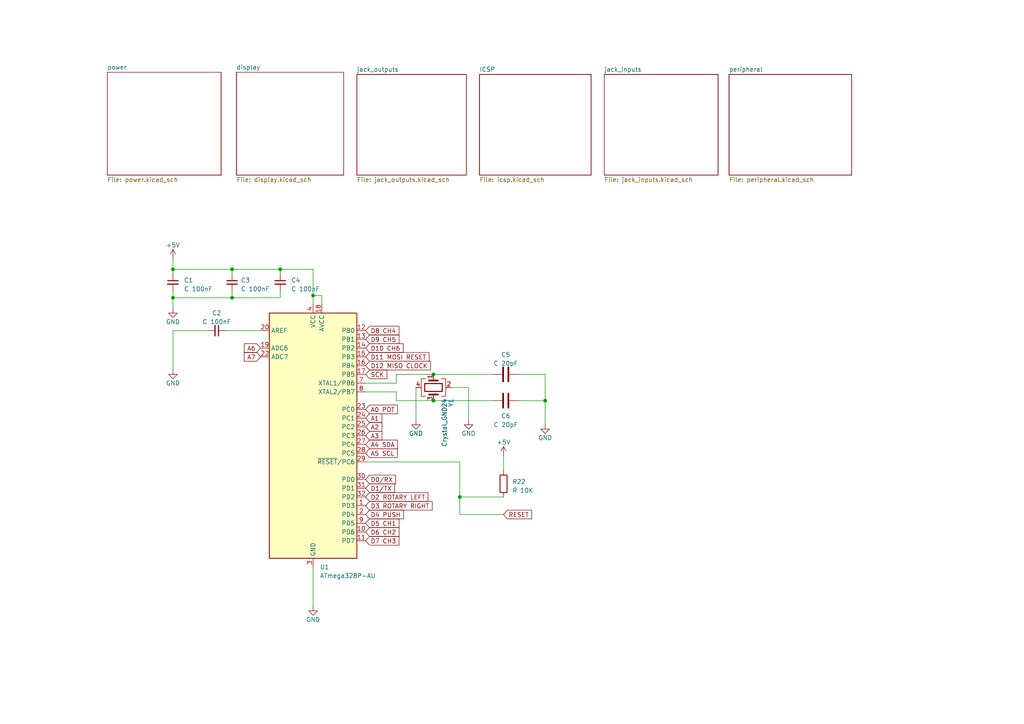
<source format=kicad_sch>
(kicad_sch
	(version 20231120)
	(generator "eeschema")
	(generator_version "8.0")
	(uuid "a7625807-13bd-43f0-b3ba-1a42b486b59e")
	(paper "A4")
	(lib_symbols
		(symbol "Device:C"
			(pin_numbers hide)
			(pin_names
				(offset 0.254)
			)
			(exclude_from_sim no)
			(in_bom yes)
			(on_board yes)
			(property "Reference" "C"
				(at 0.635 2.54 0)
				(effects
					(font
						(size 1.27 1.27)
					)
					(justify left)
				)
			)
			(property "Value" "C"
				(at 0.635 -2.54 0)
				(effects
					(font
						(size 1.27 1.27)
					)
					(justify left)
				)
			)
			(property "Footprint" ""
				(at 0.9652 -3.81 0)
				(effects
					(font
						(size 1.27 1.27)
					)
					(hide yes)
				)
			)
			(property "Datasheet" "~"
				(at 0 0 0)
				(effects
					(font
						(size 1.27 1.27)
					)
					(hide yes)
				)
			)
			(property "Description" "Unpolarized capacitor"
				(at 0 0 0)
				(effects
					(font
						(size 1.27 1.27)
					)
					(hide yes)
				)
			)
			(property "ki_keywords" "cap capacitor"
				(at 0 0 0)
				(effects
					(font
						(size 1.27 1.27)
					)
					(hide yes)
				)
			)
			(property "ki_fp_filters" "C_*"
				(at 0 0 0)
				(effects
					(font
						(size 1.27 1.27)
					)
					(hide yes)
				)
			)
			(symbol "C_0_1"
				(polyline
					(pts
						(xy -2.032 -0.762) (xy 2.032 -0.762)
					)
					(stroke
						(width 0.508)
						(type default)
					)
					(fill
						(type none)
					)
				)
				(polyline
					(pts
						(xy -2.032 0.762) (xy 2.032 0.762)
					)
					(stroke
						(width 0.508)
						(type default)
					)
					(fill
						(type none)
					)
				)
			)
			(symbol "C_1_1"
				(pin passive line
					(at 0 3.81 270)
					(length 2.794)
					(name "~"
						(effects
							(font
								(size 1.27 1.27)
							)
						)
					)
					(number "1"
						(effects
							(font
								(size 1.27 1.27)
							)
						)
					)
				)
				(pin passive line
					(at 0 -3.81 90)
					(length 2.794)
					(name "~"
						(effects
							(font
								(size 1.27 1.27)
							)
						)
					)
					(number "2"
						(effects
							(font
								(size 1.27 1.27)
							)
						)
					)
				)
			)
		)
		(symbol "Device:C_Small"
			(pin_numbers hide)
			(pin_names
				(offset 0.254) hide)
			(exclude_from_sim no)
			(in_bom yes)
			(on_board yes)
			(property "Reference" "C"
				(at 0.254 1.778 0)
				(effects
					(font
						(size 1.27 1.27)
					)
					(justify left)
				)
			)
			(property "Value" "C_Small"
				(at 0.254 -2.032 0)
				(effects
					(font
						(size 1.27 1.27)
					)
					(justify left)
				)
			)
			(property "Footprint" ""
				(at 0 0 0)
				(effects
					(font
						(size 1.27 1.27)
					)
					(hide yes)
				)
			)
			(property "Datasheet" "~"
				(at 0 0 0)
				(effects
					(font
						(size 1.27 1.27)
					)
					(hide yes)
				)
			)
			(property "Description" "Unpolarized capacitor, small symbol"
				(at 0 0 0)
				(effects
					(font
						(size 1.27 1.27)
					)
					(hide yes)
				)
			)
			(property "ki_keywords" "capacitor cap"
				(at 0 0 0)
				(effects
					(font
						(size 1.27 1.27)
					)
					(hide yes)
				)
			)
			(property "ki_fp_filters" "C_*"
				(at 0 0 0)
				(effects
					(font
						(size 1.27 1.27)
					)
					(hide yes)
				)
			)
			(symbol "C_Small_0_1"
				(polyline
					(pts
						(xy -1.524 -0.508) (xy 1.524 -0.508)
					)
					(stroke
						(width 0.3302)
						(type default)
					)
					(fill
						(type none)
					)
				)
				(polyline
					(pts
						(xy -1.524 0.508) (xy 1.524 0.508)
					)
					(stroke
						(width 0.3048)
						(type default)
					)
					(fill
						(type none)
					)
				)
			)
			(symbol "C_Small_1_1"
				(pin passive line
					(at 0 2.54 270)
					(length 2.032)
					(name "~"
						(effects
							(font
								(size 1.27 1.27)
							)
						)
					)
					(number "1"
						(effects
							(font
								(size 1.27 1.27)
							)
						)
					)
				)
				(pin passive line
					(at 0 -2.54 90)
					(length 2.032)
					(name "~"
						(effects
							(font
								(size 1.27 1.27)
							)
						)
					)
					(number "2"
						(effects
							(font
								(size 1.27 1.27)
							)
						)
					)
				)
			)
		)
		(symbol "Device:Crystal_GND24"
			(pin_names
				(offset 1.016) hide)
			(exclude_from_sim no)
			(in_bom yes)
			(on_board yes)
			(property "Reference" "Y"
				(at 3.175 5.08 0)
				(effects
					(font
						(size 1.27 1.27)
					)
					(justify left)
				)
			)
			(property "Value" "Crystal_GND24"
				(at 3.175 3.175 0)
				(effects
					(font
						(size 1.27 1.27)
					)
					(justify left)
				)
			)
			(property "Footprint" ""
				(at 0 0 0)
				(effects
					(font
						(size 1.27 1.27)
					)
					(hide yes)
				)
			)
			(property "Datasheet" "~"
				(at 0 0 0)
				(effects
					(font
						(size 1.27 1.27)
					)
					(hide yes)
				)
			)
			(property "Description" "Four pin crystal, GND on pins 2 and 4"
				(at 0 0 0)
				(effects
					(font
						(size 1.27 1.27)
					)
					(hide yes)
				)
			)
			(property "ki_keywords" "quartz ceramic resonator oscillator"
				(at 0 0 0)
				(effects
					(font
						(size 1.27 1.27)
					)
					(hide yes)
				)
			)
			(property "ki_fp_filters" "Crystal*"
				(at 0 0 0)
				(effects
					(font
						(size 1.27 1.27)
					)
					(hide yes)
				)
			)
			(symbol "Crystal_GND24_0_1"
				(rectangle
					(start -1.143 2.54)
					(end 1.143 -2.54)
					(stroke
						(width 0.3048)
						(type default)
					)
					(fill
						(type none)
					)
				)
				(polyline
					(pts
						(xy -2.54 0) (xy -2.032 0)
					)
					(stroke
						(width 0)
						(type default)
					)
					(fill
						(type none)
					)
				)
				(polyline
					(pts
						(xy -2.032 -1.27) (xy -2.032 1.27)
					)
					(stroke
						(width 0.508)
						(type default)
					)
					(fill
						(type none)
					)
				)
				(polyline
					(pts
						(xy 0 -3.81) (xy 0 -3.556)
					)
					(stroke
						(width 0)
						(type default)
					)
					(fill
						(type none)
					)
				)
				(polyline
					(pts
						(xy 0 3.556) (xy 0 3.81)
					)
					(stroke
						(width 0)
						(type default)
					)
					(fill
						(type none)
					)
				)
				(polyline
					(pts
						(xy 2.032 -1.27) (xy 2.032 1.27)
					)
					(stroke
						(width 0.508)
						(type default)
					)
					(fill
						(type none)
					)
				)
				(polyline
					(pts
						(xy 2.032 0) (xy 2.54 0)
					)
					(stroke
						(width 0)
						(type default)
					)
					(fill
						(type none)
					)
				)
				(polyline
					(pts
						(xy -2.54 -2.286) (xy -2.54 -3.556) (xy 2.54 -3.556) (xy 2.54 -2.286)
					)
					(stroke
						(width 0)
						(type default)
					)
					(fill
						(type none)
					)
				)
				(polyline
					(pts
						(xy -2.54 2.286) (xy -2.54 3.556) (xy 2.54 3.556) (xy 2.54 2.286)
					)
					(stroke
						(width 0)
						(type default)
					)
					(fill
						(type none)
					)
				)
			)
			(symbol "Crystal_GND24_1_1"
				(pin passive line
					(at -3.81 0 0)
					(length 1.27)
					(name "1"
						(effects
							(font
								(size 1.27 1.27)
							)
						)
					)
					(number "1"
						(effects
							(font
								(size 1.27 1.27)
							)
						)
					)
				)
				(pin passive line
					(at 0 5.08 270)
					(length 1.27)
					(name "2"
						(effects
							(font
								(size 1.27 1.27)
							)
						)
					)
					(number "2"
						(effects
							(font
								(size 1.27 1.27)
							)
						)
					)
				)
				(pin passive line
					(at 3.81 0 180)
					(length 1.27)
					(name "3"
						(effects
							(font
								(size 1.27 1.27)
							)
						)
					)
					(number "3"
						(effects
							(font
								(size 1.27 1.27)
							)
						)
					)
				)
				(pin passive line
					(at 0 -5.08 90)
					(length 1.27)
					(name "4"
						(effects
							(font
								(size 1.27 1.27)
							)
						)
					)
					(number "4"
						(effects
							(font
								(size 1.27 1.27)
							)
						)
					)
				)
			)
		)
		(symbol "Device:R"
			(pin_numbers hide)
			(pin_names
				(offset 0)
			)
			(exclude_from_sim no)
			(in_bom yes)
			(on_board yes)
			(property "Reference" "R"
				(at 2.032 0 90)
				(effects
					(font
						(size 1.27 1.27)
					)
				)
			)
			(property "Value" "R"
				(at 0 0 90)
				(effects
					(font
						(size 1.27 1.27)
					)
				)
			)
			(property "Footprint" ""
				(at -1.778 0 90)
				(effects
					(font
						(size 1.27 1.27)
					)
					(hide yes)
				)
			)
			(property "Datasheet" "~"
				(at 0 0 0)
				(effects
					(font
						(size 1.27 1.27)
					)
					(hide yes)
				)
			)
			(property "Description" "Resistor"
				(at 0 0 0)
				(effects
					(font
						(size 1.27 1.27)
					)
					(hide yes)
				)
			)
			(property "ki_keywords" "R res resistor"
				(at 0 0 0)
				(effects
					(font
						(size 1.27 1.27)
					)
					(hide yes)
				)
			)
			(property "ki_fp_filters" "R_*"
				(at 0 0 0)
				(effects
					(font
						(size 1.27 1.27)
					)
					(hide yes)
				)
			)
			(symbol "R_0_1"
				(rectangle
					(start -1.016 -2.54)
					(end 1.016 2.54)
					(stroke
						(width 0.254)
						(type default)
					)
					(fill
						(type none)
					)
				)
			)
			(symbol "R_1_1"
				(pin passive line
					(at 0 3.81 270)
					(length 1.27)
					(name "~"
						(effects
							(font
								(size 1.27 1.27)
							)
						)
					)
					(number "1"
						(effects
							(font
								(size 1.27 1.27)
							)
						)
					)
				)
				(pin passive line
					(at 0 -3.81 90)
					(length 1.27)
					(name "~"
						(effects
							(font
								(size 1.27 1.27)
							)
						)
					)
					(number "2"
						(effects
							(font
								(size 1.27 1.27)
							)
						)
					)
				)
			)
		)
		(symbol "MCU_Microchip_ATmega:ATmega328P-A"
			(exclude_from_sim no)
			(in_bom yes)
			(on_board yes)
			(property "Reference" "U"
				(at -12.7 36.83 0)
				(effects
					(font
						(size 1.27 1.27)
					)
					(justify left bottom)
				)
			)
			(property "Value" "ATmega328P-A"
				(at 2.54 -36.83 0)
				(effects
					(font
						(size 1.27 1.27)
					)
					(justify left top)
				)
			)
			(property "Footprint" "Package_QFP:TQFP-32_7x7mm_P0.8mm"
				(at 0 0 0)
				(effects
					(font
						(size 1.27 1.27)
						(italic yes)
					)
					(hide yes)
				)
			)
			(property "Datasheet" "http://ww1.microchip.com/downloads/en/DeviceDoc/ATmega328_P%20AVR%20MCU%20with%20picoPower%20Technology%20Data%20Sheet%2040001984A.pdf"
				(at 0 0 0)
				(effects
					(font
						(size 1.27 1.27)
					)
					(hide yes)
				)
			)
			(property "Description" "20MHz, 32kB Flash, 2kB SRAM, 1kB EEPROM, TQFP-32"
				(at 0 0 0)
				(effects
					(font
						(size 1.27 1.27)
					)
					(hide yes)
				)
			)
			(property "ki_keywords" "AVR 8bit Microcontroller MegaAVR PicoPower"
				(at 0 0 0)
				(effects
					(font
						(size 1.27 1.27)
					)
					(hide yes)
				)
			)
			(property "ki_fp_filters" "TQFP*7x7mm*P0.8mm*"
				(at 0 0 0)
				(effects
					(font
						(size 1.27 1.27)
					)
					(hide yes)
				)
			)
			(symbol "ATmega328P-A_0_1"
				(rectangle
					(start -12.7 -35.56)
					(end 12.7 35.56)
					(stroke
						(width 0.254)
						(type default)
					)
					(fill
						(type background)
					)
				)
			)
			(symbol "ATmega328P-A_1_1"
				(pin bidirectional line
					(at 15.24 -20.32 180)
					(length 2.54)
					(name "PD3"
						(effects
							(font
								(size 1.27 1.27)
							)
						)
					)
					(number "1"
						(effects
							(font
								(size 1.27 1.27)
							)
						)
					)
				)
				(pin bidirectional line
					(at 15.24 -27.94 180)
					(length 2.54)
					(name "PD6"
						(effects
							(font
								(size 1.27 1.27)
							)
						)
					)
					(number "10"
						(effects
							(font
								(size 1.27 1.27)
							)
						)
					)
				)
				(pin bidirectional line
					(at 15.24 -30.48 180)
					(length 2.54)
					(name "PD7"
						(effects
							(font
								(size 1.27 1.27)
							)
						)
					)
					(number "11"
						(effects
							(font
								(size 1.27 1.27)
							)
						)
					)
				)
				(pin bidirectional line
					(at 15.24 30.48 180)
					(length 2.54)
					(name "PB0"
						(effects
							(font
								(size 1.27 1.27)
							)
						)
					)
					(number "12"
						(effects
							(font
								(size 1.27 1.27)
							)
						)
					)
				)
				(pin bidirectional line
					(at 15.24 27.94 180)
					(length 2.54)
					(name "PB1"
						(effects
							(font
								(size 1.27 1.27)
							)
						)
					)
					(number "13"
						(effects
							(font
								(size 1.27 1.27)
							)
						)
					)
				)
				(pin bidirectional line
					(at 15.24 25.4 180)
					(length 2.54)
					(name "PB2"
						(effects
							(font
								(size 1.27 1.27)
							)
						)
					)
					(number "14"
						(effects
							(font
								(size 1.27 1.27)
							)
						)
					)
				)
				(pin bidirectional line
					(at 15.24 22.86 180)
					(length 2.54)
					(name "PB3"
						(effects
							(font
								(size 1.27 1.27)
							)
						)
					)
					(number "15"
						(effects
							(font
								(size 1.27 1.27)
							)
						)
					)
				)
				(pin bidirectional line
					(at 15.24 20.32 180)
					(length 2.54)
					(name "PB4"
						(effects
							(font
								(size 1.27 1.27)
							)
						)
					)
					(number "16"
						(effects
							(font
								(size 1.27 1.27)
							)
						)
					)
				)
				(pin bidirectional line
					(at 15.24 17.78 180)
					(length 2.54)
					(name "PB5"
						(effects
							(font
								(size 1.27 1.27)
							)
						)
					)
					(number "17"
						(effects
							(font
								(size 1.27 1.27)
							)
						)
					)
				)
				(pin power_in line
					(at 2.54 38.1 270)
					(length 2.54)
					(name "AVCC"
						(effects
							(font
								(size 1.27 1.27)
							)
						)
					)
					(number "18"
						(effects
							(font
								(size 1.27 1.27)
							)
						)
					)
				)
				(pin input line
					(at -15.24 25.4 0)
					(length 2.54)
					(name "ADC6"
						(effects
							(font
								(size 1.27 1.27)
							)
						)
					)
					(number "19"
						(effects
							(font
								(size 1.27 1.27)
							)
						)
					)
				)
				(pin bidirectional line
					(at 15.24 -22.86 180)
					(length 2.54)
					(name "PD4"
						(effects
							(font
								(size 1.27 1.27)
							)
						)
					)
					(number "2"
						(effects
							(font
								(size 1.27 1.27)
							)
						)
					)
				)
				(pin passive line
					(at -15.24 30.48 0)
					(length 2.54)
					(name "AREF"
						(effects
							(font
								(size 1.27 1.27)
							)
						)
					)
					(number "20"
						(effects
							(font
								(size 1.27 1.27)
							)
						)
					)
				)
				(pin passive line
					(at 0 -38.1 90)
					(length 2.54) hide
					(name "GND"
						(effects
							(font
								(size 1.27 1.27)
							)
						)
					)
					(number "21"
						(effects
							(font
								(size 1.27 1.27)
							)
						)
					)
				)
				(pin input line
					(at -15.24 22.86 0)
					(length 2.54)
					(name "ADC7"
						(effects
							(font
								(size 1.27 1.27)
							)
						)
					)
					(number "22"
						(effects
							(font
								(size 1.27 1.27)
							)
						)
					)
				)
				(pin bidirectional line
					(at 15.24 7.62 180)
					(length 2.54)
					(name "PC0"
						(effects
							(font
								(size 1.27 1.27)
							)
						)
					)
					(number "23"
						(effects
							(font
								(size 1.27 1.27)
							)
						)
					)
				)
				(pin bidirectional line
					(at 15.24 5.08 180)
					(length 2.54)
					(name "PC1"
						(effects
							(font
								(size 1.27 1.27)
							)
						)
					)
					(number "24"
						(effects
							(font
								(size 1.27 1.27)
							)
						)
					)
				)
				(pin bidirectional line
					(at 15.24 2.54 180)
					(length 2.54)
					(name "PC2"
						(effects
							(font
								(size 1.27 1.27)
							)
						)
					)
					(number "25"
						(effects
							(font
								(size 1.27 1.27)
							)
						)
					)
				)
				(pin bidirectional line
					(at 15.24 0 180)
					(length 2.54)
					(name "PC3"
						(effects
							(font
								(size 1.27 1.27)
							)
						)
					)
					(number "26"
						(effects
							(font
								(size 1.27 1.27)
							)
						)
					)
				)
				(pin bidirectional line
					(at 15.24 -2.54 180)
					(length 2.54)
					(name "PC4"
						(effects
							(font
								(size 1.27 1.27)
							)
						)
					)
					(number "27"
						(effects
							(font
								(size 1.27 1.27)
							)
						)
					)
				)
				(pin bidirectional line
					(at 15.24 -5.08 180)
					(length 2.54)
					(name "PC5"
						(effects
							(font
								(size 1.27 1.27)
							)
						)
					)
					(number "28"
						(effects
							(font
								(size 1.27 1.27)
							)
						)
					)
				)
				(pin bidirectional line
					(at 15.24 -7.62 180)
					(length 2.54)
					(name "~{RESET}/PC6"
						(effects
							(font
								(size 1.27 1.27)
							)
						)
					)
					(number "29"
						(effects
							(font
								(size 1.27 1.27)
							)
						)
					)
				)
				(pin power_in line
					(at 0 -38.1 90)
					(length 2.54)
					(name "GND"
						(effects
							(font
								(size 1.27 1.27)
							)
						)
					)
					(number "3"
						(effects
							(font
								(size 1.27 1.27)
							)
						)
					)
				)
				(pin bidirectional line
					(at 15.24 -12.7 180)
					(length 2.54)
					(name "PD0"
						(effects
							(font
								(size 1.27 1.27)
							)
						)
					)
					(number "30"
						(effects
							(font
								(size 1.27 1.27)
							)
						)
					)
				)
				(pin bidirectional line
					(at 15.24 -15.24 180)
					(length 2.54)
					(name "PD1"
						(effects
							(font
								(size 1.27 1.27)
							)
						)
					)
					(number "31"
						(effects
							(font
								(size 1.27 1.27)
							)
						)
					)
				)
				(pin bidirectional line
					(at 15.24 -17.78 180)
					(length 2.54)
					(name "PD2"
						(effects
							(font
								(size 1.27 1.27)
							)
						)
					)
					(number "32"
						(effects
							(font
								(size 1.27 1.27)
							)
						)
					)
				)
				(pin power_in line
					(at 0 38.1 270)
					(length 2.54)
					(name "VCC"
						(effects
							(font
								(size 1.27 1.27)
							)
						)
					)
					(number "4"
						(effects
							(font
								(size 1.27 1.27)
							)
						)
					)
				)
				(pin passive line
					(at 0 -38.1 90)
					(length 2.54) hide
					(name "GND"
						(effects
							(font
								(size 1.27 1.27)
							)
						)
					)
					(number "5"
						(effects
							(font
								(size 1.27 1.27)
							)
						)
					)
				)
				(pin passive line
					(at 0 38.1 270)
					(length 2.54) hide
					(name "VCC"
						(effects
							(font
								(size 1.27 1.27)
							)
						)
					)
					(number "6"
						(effects
							(font
								(size 1.27 1.27)
							)
						)
					)
				)
				(pin bidirectional line
					(at 15.24 15.24 180)
					(length 2.54)
					(name "XTAL1/PB6"
						(effects
							(font
								(size 1.27 1.27)
							)
						)
					)
					(number "7"
						(effects
							(font
								(size 1.27 1.27)
							)
						)
					)
				)
				(pin bidirectional line
					(at 15.24 12.7 180)
					(length 2.54)
					(name "XTAL2/PB7"
						(effects
							(font
								(size 1.27 1.27)
							)
						)
					)
					(number "8"
						(effects
							(font
								(size 1.27 1.27)
							)
						)
					)
				)
				(pin bidirectional line
					(at 15.24 -25.4 180)
					(length 2.54)
					(name "PD5"
						(effects
							(font
								(size 1.27 1.27)
							)
						)
					)
					(number "9"
						(effects
							(font
								(size 1.27 1.27)
							)
						)
					)
				)
			)
		)
		(symbol "power:+5V"
			(power)
			(pin_names
				(offset 0)
			)
			(exclude_from_sim no)
			(in_bom yes)
			(on_board yes)
			(property "Reference" "#PWR"
				(at 0 -3.81 0)
				(effects
					(font
						(size 1.27 1.27)
					)
					(hide yes)
				)
			)
			(property "Value" "+5V"
				(at 0 3.556 0)
				(effects
					(font
						(size 1.27 1.27)
					)
				)
			)
			(property "Footprint" ""
				(at 0 0 0)
				(effects
					(font
						(size 1.27 1.27)
					)
					(hide yes)
				)
			)
			(property "Datasheet" ""
				(at 0 0 0)
				(effects
					(font
						(size 1.27 1.27)
					)
					(hide yes)
				)
			)
			(property "Description" "Power symbol creates a global label with name \"+5V\""
				(at 0 0 0)
				(effects
					(font
						(size 1.27 1.27)
					)
					(hide yes)
				)
			)
			(property "ki_keywords" "global power"
				(at 0 0 0)
				(effects
					(font
						(size 1.27 1.27)
					)
					(hide yes)
				)
			)
			(symbol "+5V_0_1"
				(polyline
					(pts
						(xy -0.762 1.27) (xy 0 2.54)
					)
					(stroke
						(width 0)
						(type default)
					)
					(fill
						(type none)
					)
				)
				(polyline
					(pts
						(xy 0 0) (xy 0 2.54)
					)
					(stroke
						(width 0)
						(type default)
					)
					(fill
						(type none)
					)
				)
				(polyline
					(pts
						(xy 0 2.54) (xy 0.762 1.27)
					)
					(stroke
						(width 0)
						(type default)
					)
					(fill
						(type none)
					)
				)
			)
			(symbol "+5V_1_1"
				(pin power_in line
					(at 0 0 90)
					(length 0) hide
					(name "+5V"
						(effects
							(font
								(size 1.27 1.27)
							)
						)
					)
					(number "1"
						(effects
							(font
								(size 1.27 1.27)
							)
						)
					)
				)
			)
		)
		(symbol "power:GND"
			(power)
			(pin_names
				(offset 0)
			)
			(exclude_from_sim no)
			(in_bom yes)
			(on_board yes)
			(property "Reference" "#PWR"
				(at 0 -6.35 0)
				(effects
					(font
						(size 1.27 1.27)
					)
					(hide yes)
				)
			)
			(property "Value" "GND"
				(at 0 -3.81 0)
				(effects
					(font
						(size 1.27 1.27)
					)
				)
			)
			(property "Footprint" ""
				(at 0 0 0)
				(effects
					(font
						(size 1.27 1.27)
					)
					(hide yes)
				)
			)
			(property "Datasheet" ""
				(at 0 0 0)
				(effects
					(font
						(size 1.27 1.27)
					)
					(hide yes)
				)
			)
			(property "Description" "Power symbol creates a global label with name \"GND\" , ground"
				(at 0 0 0)
				(effects
					(font
						(size 1.27 1.27)
					)
					(hide yes)
				)
			)
			(property "ki_keywords" "global power"
				(at 0 0 0)
				(effects
					(font
						(size 1.27 1.27)
					)
					(hide yes)
				)
			)
			(symbol "GND_0_1"
				(polyline
					(pts
						(xy 0 0) (xy 0 -1.27) (xy 1.27 -1.27) (xy 0 -2.54) (xy -1.27 -1.27) (xy 0 -1.27)
					)
					(stroke
						(width 0)
						(type default)
					)
					(fill
						(type none)
					)
				)
			)
			(symbol "GND_1_1"
				(pin power_in line
					(at 0 0 270)
					(length 0) hide
					(name "GND"
						(effects
							(font
								(size 1.27 1.27)
							)
						)
					)
					(number "1"
						(effects
							(font
								(size 1.27 1.27)
							)
						)
					)
				)
			)
		)
	)
	(junction
		(at 50.165 78.105)
		(diameter 0)
		(color 0 0 0 0)
		(uuid "04f07638-83e5-4080-bec1-985666c0af8a")
	)
	(junction
		(at 125.73 116.205)
		(diameter 0)
		(color 0 0 0 0)
		(uuid "20396642-8eb4-468e-a9ed-ec7f4dbd5957")
	)
	(junction
		(at 81.28 78.105)
		(diameter 0)
		(color 0 0 0 0)
		(uuid "31d85e56-0525-4b55-ba2a-c39c3ec57663")
	)
	(junction
		(at 133.35 144.145)
		(diameter 0)
		(color 0 0 0 0)
		(uuid "3dc11bd3-7a11-45be-b9ae-f4d37b609b4b")
	)
	(junction
		(at 90.805 85.725)
		(diameter 0)
		(color 0 0 0 0)
		(uuid "839c0615-6085-45f6-90c0-ae85c0ab99c3")
	)
	(junction
		(at 50.165 86.36)
		(diameter 0)
		(color 0 0 0 0)
		(uuid "97c7a5ca-edde-4bd1-b5b1-afa76633e467")
	)
	(junction
		(at 67.31 86.36)
		(diameter 0)
		(color 0 0 0 0)
		(uuid "a3d37102-0ba1-454f-bdc2-f047af32ecf2")
	)
	(junction
		(at 67.31 78.105)
		(diameter 0)
		(color 0 0 0 0)
		(uuid "b551c7c7-f87e-48d9-8977-7ef59a36a8f5")
	)
	(junction
		(at 125.73 108.585)
		(diameter 0)
		(color 0 0 0 0)
		(uuid "d1609db5-da3e-4a05-a1f7-9f56a6ce30df")
	)
	(junction
		(at 158.115 116.205)
		(diameter 0)
		(color 0 0 0 0)
		(uuid "d59aa909-2453-481b-96b9-354a7e5b8656")
	)
	(wire
		(pts
			(xy 133.35 144.145) (xy 133.35 149.225)
		)
		(stroke
			(width 0)
			(type default)
		)
		(uuid "0212c800-e171-4813-89ea-befbf666c8cc")
	)
	(wire
		(pts
			(xy 146.05 132.08) (xy 146.05 136.525)
		)
		(stroke
			(width 0)
			(type default)
		)
		(uuid "0728b1d7-ede7-455e-847b-f7f9a1e436be")
	)
	(wire
		(pts
			(xy 114.935 113.665) (xy 114.935 116.205)
		)
		(stroke
			(width 0)
			(type default)
		)
		(uuid "0ca77f59-d03c-4f90-b734-7b62c84c1db8")
	)
	(wire
		(pts
			(xy 150.495 116.205) (xy 158.115 116.205)
		)
		(stroke
			(width 0)
			(type default)
		)
		(uuid "0ddba7f1-c8f9-4374-ac46-4596d8772618")
	)
	(wire
		(pts
			(xy 106.045 113.665) (xy 114.935 113.665)
		)
		(stroke
			(width 0)
			(type default)
		)
		(uuid "0ddcde47-cd86-4633-bc8b-f85ac5d6bdb7")
	)
	(wire
		(pts
			(xy 50.165 84.455) (xy 50.165 86.36)
		)
		(stroke
			(width 0)
			(type default)
		)
		(uuid "0f25061b-0d4d-40a7-81f7-cf6f36720e49")
	)
	(wire
		(pts
			(xy 50.165 79.375) (xy 50.165 78.105)
		)
		(stroke
			(width 0)
			(type default)
		)
		(uuid "0fddd5a4-d241-404b-8f2a-c44df1928e44")
	)
	(wire
		(pts
			(xy 114.935 116.205) (xy 125.73 116.205)
		)
		(stroke
			(width 0)
			(type default)
		)
		(uuid "135054de-7b56-4e72-96a6-62724a834b89")
	)
	(wire
		(pts
			(xy 130.81 112.395) (xy 135.89 112.395)
		)
		(stroke
			(width 0)
			(type default)
		)
		(uuid "1a5c517d-9551-461d-a245-399caea4e2e6")
	)
	(wire
		(pts
			(xy 50.165 86.36) (xy 67.31 86.36)
		)
		(stroke
			(width 0)
			(type default)
		)
		(uuid "34cd5913-bc7d-4efb-92e3-aa81c33af866")
	)
	(wire
		(pts
			(xy 135.89 112.395) (xy 135.89 121.92)
		)
		(stroke
			(width 0)
			(type default)
		)
		(uuid "4b913072-8829-41d9-ba2c-36df7d2fbed0")
	)
	(wire
		(pts
			(xy 133.35 133.985) (xy 106.045 133.985)
		)
		(stroke
			(width 0)
			(type default)
		)
		(uuid "4ec1251c-1fb3-4c7c-ac16-d51755cdf1bd")
	)
	(wire
		(pts
			(xy 146.05 149.225) (xy 133.35 149.225)
		)
		(stroke
			(width 0)
			(type default)
		)
		(uuid "4f0fd6a5-7654-414c-9aef-f13e2f68c885")
	)
	(wire
		(pts
			(xy 158.115 108.585) (xy 158.115 116.205)
		)
		(stroke
			(width 0)
			(type default)
		)
		(uuid "533e149d-c55f-4ba7-a766-66578a07a09e")
	)
	(wire
		(pts
			(xy 90.805 164.465) (xy 90.805 175.895)
		)
		(stroke
			(width 0)
			(type default)
		)
		(uuid "564c604e-4b5c-403a-b266-946a256a0c77")
	)
	(wire
		(pts
			(xy 120.65 112.395) (xy 120.65 121.92)
		)
		(stroke
			(width 0)
			(type default)
		)
		(uuid "59ead758-71ec-4746-aa27-d8548d953e11")
	)
	(wire
		(pts
			(xy 50.165 78.105) (xy 67.31 78.105)
		)
		(stroke
			(width 0)
			(type default)
		)
		(uuid "5a3d802b-b0a9-4ede-95e6-8bb96d09bf2e")
	)
	(wire
		(pts
			(xy 67.31 84.455) (xy 67.31 86.36)
		)
		(stroke
			(width 0)
			(type default)
		)
		(uuid "6687c5eb-5cff-447e-83e6-8a7989c66dc6")
	)
	(wire
		(pts
			(xy 158.115 108.585) (xy 150.495 108.585)
		)
		(stroke
			(width 0)
			(type default)
		)
		(uuid "68e717f7-1d53-4f10-86d3-3fe47cab1fd9")
	)
	(wire
		(pts
			(xy 146.05 144.145) (xy 133.35 144.145)
		)
		(stroke
			(width 0)
			(type default)
		)
		(uuid "698dcf77-8bbb-4024-aad3-154428854df5")
	)
	(wire
		(pts
			(xy 50.165 78.105) (xy 50.165 74.93)
		)
		(stroke
			(width 0)
			(type default)
		)
		(uuid "6ce9597b-5752-4e73-ab3e-9a62b28dc355")
	)
	(wire
		(pts
			(xy 93.345 88.265) (xy 93.345 85.725)
		)
		(stroke
			(width 0)
			(type default)
		)
		(uuid "6e6e1fb9-0b7a-49b1-8a96-26c388cafa21")
	)
	(wire
		(pts
			(xy 50.165 86.36) (xy 50.165 89.535)
		)
		(stroke
			(width 0)
			(type default)
		)
		(uuid "7f7a9394-6e93-4f45-a2a5-fded8c30c416")
	)
	(wire
		(pts
			(xy 67.31 78.105) (xy 81.28 78.105)
		)
		(stroke
			(width 0)
			(type default)
		)
		(uuid "8dce1a8d-298d-47be-af85-5c6e058650b5")
	)
	(wire
		(pts
			(xy 67.31 86.36) (xy 81.28 86.36)
		)
		(stroke
			(width 0)
			(type default)
		)
		(uuid "98716d34-39f9-49a2-81bb-8aa8a726cd78")
	)
	(wire
		(pts
			(xy 114.935 108.585) (xy 114.935 111.125)
		)
		(stroke
			(width 0)
			(type default)
		)
		(uuid "9a5dea93-b3b0-4bb9-acb4-88d2017336eb")
	)
	(wire
		(pts
			(xy 158.115 116.205) (xy 158.115 123.19)
		)
		(stroke
			(width 0)
			(type default)
		)
		(uuid "9c5840f7-a1bd-400c-99c4-a8b20226e73c")
	)
	(wire
		(pts
			(xy 81.28 78.105) (xy 90.805 78.105)
		)
		(stroke
			(width 0)
			(type default)
		)
		(uuid "9f28379f-744f-4891-86b2-233f6b1f86b8")
	)
	(wire
		(pts
			(xy 114.935 111.125) (xy 106.045 111.125)
		)
		(stroke
			(width 0)
			(type default)
		)
		(uuid "a36b5a49-af4a-4c69-a268-4bd9037e3a93")
	)
	(wire
		(pts
			(xy 133.35 133.985) (xy 133.35 144.145)
		)
		(stroke
			(width 0)
			(type default)
		)
		(uuid "b03eab31-59cb-45ea-835b-c4062306771a")
	)
	(wire
		(pts
			(xy 81.28 84.455) (xy 81.28 86.36)
		)
		(stroke
			(width 0)
			(type default)
		)
		(uuid "b5f8c505-f2d0-47fa-ac24-5416b992a144")
	)
	(wire
		(pts
			(xy 67.31 79.375) (xy 67.31 78.105)
		)
		(stroke
			(width 0)
			(type default)
		)
		(uuid "bbe666a6-b811-47e6-bcdb-dee03e4387d7")
	)
	(wire
		(pts
			(xy 90.805 85.725) (xy 90.805 88.265)
		)
		(stroke
			(width 0)
			(type default)
		)
		(uuid "bbfcabc7-9a48-40a9-9608-2b3655ea308a")
	)
	(wire
		(pts
			(xy 90.805 85.725) (xy 93.345 85.725)
		)
		(stroke
			(width 0)
			(type default)
		)
		(uuid "bd4c3a52-d3e9-45e6-81cd-f44f77581948")
	)
	(wire
		(pts
			(xy 125.73 116.205) (xy 142.875 116.205)
		)
		(stroke
			(width 0)
			(type default)
		)
		(uuid "cfe14194-f9b0-4d60-8077-6131841d9fd7")
	)
	(wire
		(pts
			(xy 125.73 108.585) (xy 142.875 108.585)
		)
		(stroke
			(width 0)
			(type default)
		)
		(uuid "d8ea266b-fabc-4d29-8659-85d79ea72646")
	)
	(wire
		(pts
			(xy 60.325 95.885) (xy 50.165 95.885)
		)
		(stroke
			(width 0)
			(type default)
		)
		(uuid "d9743b7b-d220-42ae-a0b3-8829fb76c21c")
	)
	(wire
		(pts
			(xy 81.28 79.375) (xy 81.28 78.105)
		)
		(stroke
			(width 0)
			(type default)
		)
		(uuid "de2fe0e5-2754-4b21-bb8c-b3bd4e87cc44")
	)
	(wire
		(pts
			(xy 114.935 108.585) (xy 125.73 108.585)
		)
		(stroke
			(width 0)
			(type default)
		)
		(uuid "eea772d9-966d-4dd1-aa6b-3beff1959b1b")
	)
	(wire
		(pts
			(xy 50.165 95.885) (xy 50.165 107.315)
		)
		(stroke
			(width 0)
			(type default)
		)
		(uuid "fd19d49d-c7e5-4fa8-a7ce-21532bba503d")
	)
	(wire
		(pts
			(xy 90.805 85.725) (xy 90.805 78.105)
		)
		(stroke
			(width 0)
			(type default)
		)
		(uuid "fdcae6c3-46c7-419b-ab61-8440a59e341d")
	)
	(wire
		(pts
			(xy 65.405 95.885) (xy 75.565 95.885)
		)
		(stroke
			(width 0)
			(type default)
		)
		(uuid "ff35bd6b-c79a-4d61-bfe1-5347f0b01468")
	)
	(global_label "A4 SDA"
		(shape input)
		(at 106.045 128.905 0)
		(fields_autoplaced yes)
		(effects
			(font
				(size 1.27 1.27)
			)
			(justify left)
		)
		(uuid "04f31af5-c5bd-4a23-96e2-46520c379044")
		(property "Intersheetrefs" "${INTERSHEET_REFS}"
			(at 115.7846 128.905 0)
			(effects
				(font
					(size 1.27 1.27)
				)
				(justify left)
				(hide yes)
			)
		)
	)
	(global_label "D8 CH4"
		(shape input)
		(at 106.045 95.885 0)
		(fields_autoplaced yes)
		(effects
			(font
				(size 1.27 1.27)
			)
			(justify left)
		)
		(uuid "0667536f-1f0c-4948-979c-e48b733c755f")
		(property "Intersheetrefs" "${INTERSHEET_REFS}"
			(at 116.2079 95.885 0)
			(effects
				(font
					(size 1.27 1.27)
				)
				(justify left)
				(hide yes)
			)
		)
	)
	(global_label "D6 CH2"
		(shape input)
		(at 106.045 154.305 0)
		(fields_autoplaced yes)
		(effects
			(font
				(size 1.27 1.27)
			)
			(justify left)
		)
		(uuid "0695059d-fbe2-441a-9e90-e82a19d0fa7a")
		(property "Intersheetrefs" "${INTERSHEET_REFS}"
			(at 116.2079 154.305 0)
			(effects
				(font
					(size 1.27 1.27)
				)
				(justify left)
				(hide yes)
			)
		)
	)
	(global_label "D3 ROTARY RIGHT"
		(shape input)
		(at 106.045 146.685 0)
		(fields_autoplaced yes)
		(effects
			(font
				(size 1.27 1.27)
			)
			(justify left)
		)
		(uuid "0eb6c903-33bf-41a4-81ea-02bb2c3b7306")
		(property "Intersheetrefs" "${INTERSHEET_REFS}"
			(at 125.8237 146.685 0)
			(effects
				(font
					(size 1.27 1.27)
				)
				(justify left)
				(hide yes)
			)
		)
	)
	(global_label "D7 CH3"
		(shape input)
		(at 106.045 156.845 0)
		(fields_autoplaced yes)
		(effects
			(font
				(size 1.27 1.27)
			)
			(justify left)
		)
		(uuid "1364a532-3600-4d1b-8332-f2a650e47df5")
		(property "Intersheetrefs" "${INTERSHEET_REFS}"
			(at 116.2079 156.845 0)
			(effects
				(font
					(size 1.27 1.27)
				)
				(justify left)
				(hide yes)
			)
		)
	)
	(global_label "D11 MOSI RESET"
		(shape input)
		(at 106.045 103.505 0)
		(fields_autoplaced yes)
		(effects
			(font
				(size 1.27 1.27)
			)
			(justify left)
		)
		(uuid "1bb93189-c844-4ab7-abfb-6905b995b05a")
		(property "Intersheetrefs" "${INTERSHEET_REFS}"
			(at 124.9163 103.505 0)
			(effects
				(font
					(size 1.27 1.27)
				)
				(justify left)
				(hide yes)
			)
		)
	)
	(global_label "D4 PUSH"
		(shape input)
		(at 106.045 149.225 0)
		(fields_autoplaced yes)
		(effects
			(font
				(size 1.27 1.27)
			)
			(justify left)
		)
		(uuid "2e57268e-0db8-4e67-8f25-dd9d281c4e05")
		(property "Intersheetrefs" "${INTERSHEET_REFS}"
			(at 117.5384 149.225 0)
			(effects
				(font
					(size 1.27 1.27)
				)
				(justify left)
				(hide yes)
			)
		)
	)
	(global_label "A6"
		(shape input)
		(at 75.565 100.965 180)
		(fields_autoplaced yes)
		(effects
			(font
				(size 1.27 1.27)
			)
			(justify right)
		)
		(uuid "42e89ad3-11e1-4e68-9aab-be18ef311064")
		(property "Intersheetrefs" "${INTERSHEET_REFS}"
			(at 70.3611 100.965 0)
			(effects
				(font
					(size 1.27 1.27)
				)
				(justify right)
				(hide yes)
			)
		)
	)
	(global_label "D9 CH5"
		(shape input)
		(at 106.045 98.425 0)
		(fields_autoplaced yes)
		(effects
			(font
				(size 1.27 1.27)
			)
			(justify left)
		)
		(uuid "4d4ed119-4f15-46e0-b30d-c91251892ed1")
		(property "Intersheetrefs" "${INTERSHEET_REFS}"
			(at 116.2079 98.425 0)
			(effects
				(font
					(size 1.27 1.27)
				)
				(justify left)
				(hide yes)
			)
		)
	)
	(global_label "D5 CH1"
		(shape input)
		(at 106.045 151.765 0)
		(fields_autoplaced yes)
		(effects
			(font
				(size 1.27 1.27)
			)
			(justify left)
		)
		(uuid "559c755b-9a71-47c9-91bd-9456ba818ac6")
		(property "Intersheetrefs" "${INTERSHEET_REFS}"
			(at 116.2079 151.765 0)
			(effects
				(font
					(size 1.27 1.27)
				)
				(justify left)
				(hide yes)
			)
		)
	)
	(global_label "A5 SCL"
		(shape input)
		(at 106.045 131.445 0)
		(fields_autoplaced yes)
		(effects
			(font
				(size 1.27 1.27)
			)
			(justify left)
		)
		(uuid "60d512ad-b70f-41b0-8d4c-66970f534fa4")
		(property "Intersheetrefs" "${INTERSHEET_REFS}"
			(at 115.7241 131.445 0)
			(effects
				(font
					(size 1.27 1.27)
				)
				(justify left)
				(hide yes)
			)
		)
	)
	(global_label "A3"
		(shape input)
		(at 106.045 126.365 0)
		(fields_autoplaced yes)
		(effects
			(font
				(size 1.27 1.27)
			)
			(justify left)
		)
		(uuid "8be646f1-53b8-4cd1-ab82-37db2c75fcbb")
		(property "Intersheetrefs" "${INTERSHEET_REFS}"
			(at 111.2489 126.365 0)
			(effects
				(font
					(size 1.27 1.27)
				)
				(justify left)
				(hide yes)
			)
		)
	)
	(global_label "D2 ROTARY LEFT"
		(shape input)
		(at 106.045 144.145 0)
		(fields_autoplaced yes)
		(effects
			(font
				(size 1.27 1.27)
			)
			(justify left)
		)
		(uuid "95a2a1fc-2349-470c-8f50-ff2010734f4d")
		(property "Intersheetrefs" "${INTERSHEET_REFS}"
			(at 124.6141 144.145 0)
			(effects
				(font
					(size 1.27 1.27)
				)
				(justify left)
				(hide yes)
			)
		)
	)
	(global_label "D1{slash}TX"
		(shape input)
		(at 106.045 141.605 0)
		(fields_autoplaced yes)
		(effects
			(font
				(size 1.27 1.27)
			)
			(justify left)
		)
		(uuid "9ea40125-8dc2-4a42-9121-18e84a34239b")
		(property "Intersheetrefs" "${INTERSHEET_REFS}"
			(at 114.9379 141.605 0)
			(effects
				(font
					(size 1.27 1.27)
				)
				(justify left)
				(hide yes)
			)
		)
	)
	(global_label "A0 POT"
		(shape input)
		(at 106.045 118.745 0)
		(fields_autoplaced yes)
		(effects
			(font
				(size 1.27 1.27)
			)
			(justify left)
		)
		(uuid "9ff2f3d0-1818-4b7d-9909-bf1a6fa553d6")
		(property "Intersheetrefs" "${INTERSHEET_REFS}"
			(at 115.7846 118.745 0)
			(effects
				(font
					(size 1.27 1.27)
				)
				(justify left)
				(hide yes)
			)
		)
	)
	(global_label "A1"
		(shape input)
		(at 106.045 121.285 0)
		(fields_autoplaced yes)
		(effects
			(font
				(size 1.27 1.27)
			)
			(justify left)
		)
		(uuid "a74fe10a-0e0d-4eea-aee2-94ca554a2b74")
		(property "Intersheetrefs" "${INTERSHEET_REFS}"
			(at 111.2489 121.285 0)
			(effects
				(font
					(size 1.27 1.27)
				)
				(justify left)
				(hide yes)
			)
		)
	)
	(global_label "SCK"
		(shape input)
		(at 106.045 108.585 0)
		(fields_autoplaced yes)
		(effects
			(font
				(size 1.27 1.27)
			)
			(justify left)
		)
		(uuid "b08e2613-f0f2-42d2-8eb1-2f58a162a1b0")
		(property "Intersheetrefs" "${INTERSHEET_REFS}"
			(at 112.7003 108.585 0)
			(effects
				(font
					(size 1.27 1.27)
				)
				(justify left)
				(hide yes)
			)
		)
	)
	(global_label "D10 CH6"
		(shape input)
		(at 106.045 100.965 0)
		(fields_autoplaced yes)
		(effects
			(font
				(size 1.27 1.27)
			)
			(justify left)
		)
		(uuid "b62107a3-57ca-4cce-ba50-3365792e333a")
		(property "Intersheetrefs" "${INTERSHEET_REFS}"
			(at 117.4174 100.965 0)
			(effects
				(font
					(size 1.27 1.27)
				)
				(justify left)
				(hide yes)
			)
		)
	)
	(global_label "D0{slash}RX"
		(shape input)
		(at 106.045 139.065 0)
		(fields_autoplaced yes)
		(effects
			(font
				(size 1.27 1.27)
			)
			(justify left)
		)
		(uuid "cc75f3a2-db69-4b0a-a445-31fe13f83d63")
		(property "Intersheetrefs" "${INTERSHEET_REFS}"
			(at 115.2403 139.065 0)
			(effects
				(font
					(size 1.27 1.27)
				)
				(justify left)
				(hide yes)
			)
		)
	)
	(global_label "A7"
		(shape input)
		(at 75.565 103.505 180)
		(fields_autoplaced yes)
		(effects
			(font
				(size 1.27 1.27)
			)
			(justify right)
		)
		(uuid "d3925d2a-c3e1-4b3e-bf4f-895e787280b3")
		(property "Intersheetrefs" "${INTERSHEET_REFS}"
			(at 70.3611 103.505 0)
			(effects
				(font
					(size 1.27 1.27)
				)
				(justify right)
				(hide yes)
			)
		)
	)
	(global_label "A2"
		(shape input)
		(at 106.045 123.825 0)
		(fields_autoplaced yes)
		(effects
			(font
				(size 1.27 1.27)
			)
			(justify left)
		)
		(uuid "e3690e73-b061-46d7-aa4a-b3551bb60eaa")
		(property "Intersheetrefs" "${INTERSHEET_REFS}"
			(at 111.2489 123.825 0)
			(effects
				(font
					(size 1.27 1.27)
				)
				(justify left)
				(hide yes)
			)
		)
	)
	(global_label "D12 MISO CLOCK"
		(shape input)
		(at 106.045 106.045 0)
		(fields_autoplaced yes)
		(effects
			(font
				(size 1.27 1.27)
			)
			(justify left)
		)
		(uuid "ed501477-556d-465f-98d7-7a5f7c6aed13")
		(property "Intersheetrefs" "${INTERSHEET_REFS}"
			(at 125.3398 106.045 0)
			(effects
				(font
					(size 1.27 1.27)
				)
				(justify left)
				(hide yes)
			)
		)
	)
	(global_label "RESET"
		(shape input)
		(at 146.05 149.225 0)
		(fields_autoplaced yes)
		(effects
			(font
				(size 1.27 1.27)
			)
			(justify left)
		)
		(uuid "fa5e10e1-8c76-4fe3-941b-ced7c8acc624")
		(property "Intersheetrefs" "${INTERSHEET_REFS}"
			(at 154.7009 149.225 0)
			(effects
				(font
					(size 1.27 1.27)
				)
				(justify left)
				(hide yes)
			)
		)
	)
	(symbol
		(lib_id "power:GND")
		(at 120.65 121.92 0)
		(unit 1)
		(exclude_from_sim no)
		(in_bom yes)
		(on_board yes)
		(dnp no)
		(fields_autoplaced yes)
		(uuid "31adcb2b-8096-4213-ae01-7e5605624b51")
		(property "Reference" "#PWR014"
			(at 120.65 128.27 0)
			(effects
				(font
					(size 1.27 1.27)
				)
				(hide yes)
			)
		)
		(property "Value" "GND"
			(at 120.65 125.73 0)
			(effects
				(font
					(size 1.27 1.27)
				)
			)
		)
		(property "Footprint" ""
			(at 120.65 121.92 0)
			(effects
				(font
					(size 1.27 1.27)
				)
				(hide yes)
			)
		)
		(property "Datasheet" ""
			(at 120.65 121.92 0)
			(effects
				(font
					(size 1.27 1.27)
				)
				(hide yes)
			)
		)
		(property "Description" ""
			(at 120.65 121.92 0)
			(effects
				(font
					(size 1.27 1.27)
				)
				(hide yes)
			)
		)
		(pin "1"
			(uuid "79f89aad-c9ef-45ab-bba5-3b4b3583c6bc")
		)
		(instances
			(project "main"
				(path "/a7625807-13bd-43f0-b3ba-1a42b486b59e"
					(reference "#PWR014")
					(unit 1)
				)
			)
			(project "main"
				(path "/db482432-cf2f-4b97-9eff-7ec3f9a539fd"
					(reference "#PWR01")
					(unit 1)
				)
			)
		)
	)
	(symbol
		(lib_id "power:GND")
		(at 158.115 123.19 0)
		(unit 1)
		(exclude_from_sim no)
		(in_bom yes)
		(on_board yes)
		(dnp no)
		(fields_autoplaced yes)
		(uuid "38baf1db-fa31-4e01-9a71-10577a00ae3d")
		(property "Reference" "#PWR0104"
			(at 158.115 129.54 0)
			(effects
				(font
					(size 1.27 1.27)
				)
				(hide yes)
			)
		)
		(property "Value" "GND"
			(at 158.115 127 0)
			(effects
				(font
					(size 1.27 1.27)
				)
			)
		)
		(property "Footprint" ""
			(at 158.115 123.19 0)
			(effects
				(font
					(size 1.27 1.27)
				)
				(hide yes)
			)
		)
		(property "Datasheet" ""
			(at 158.115 123.19 0)
			(effects
				(font
					(size 1.27 1.27)
				)
				(hide yes)
			)
		)
		(property "Description" ""
			(at 158.115 123.19 0)
			(effects
				(font
					(size 1.27 1.27)
				)
				(hide yes)
			)
		)
		(pin "1"
			(uuid "a3c0e31a-293c-45ca-b3ea-592d41a41e95")
		)
		(instances
			(project "main"
				(path "/a7625807-13bd-43f0-b3ba-1a42b486b59e"
					(reference "#PWR0104")
					(unit 1)
				)
			)
			(project "main"
				(path "/db482432-cf2f-4b97-9eff-7ec3f9a539fd"
					(reference "#PWR01")
					(unit 1)
				)
			)
		)
	)
	(symbol
		(lib_id "power:+5V")
		(at 146.05 132.08 0)
		(unit 1)
		(exclude_from_sim no)
		(in_bom yes)
		(on_board yes)
		(dnp no)
		(fields_autoplaced yes)
		(uuid "4d483395-8a0e-4227-8c7d-6b82e03f59cc")
		(property "Reference" "#PWR015"
			(at 146.05 135.89 0)
			(effects
				(font
					(size 1.27 1.27)
				)
				(hide yes)
			)
		)
		(property "Value" "+5V"
			(at 146.05 128.27 0)
			(effects
				(font
					(size 1.27 1.27)
				)
			)
		)
		(property "Footprint" ""
			(at 146.05 132.08 0)
			(effects
				(font
					(size 1.27 1.27)
				)
				(hide yes)
			)
		)
		(property "Datasheet" ""
			(at 146.05 132.08 0)
			(effects
				(font
					(size 1.27 1.27)
				)
				(hide yes)
			)
		)
		(property "Description" ""
			(at 146.05 132.08 0)
			(effects
				(font
					(size 1.27 1.27)
				)
				(hide yes)
			)
		)
		(pin "1"
			(uuid "42dbf58b-041c-4452-89e8-a3e29f757528")
		)
		(instances
			(project "main"
				(path "/a7625807-13bd-43f0-b3ba-1a42b486b59e"
					(reference "#PWR015")
					(unit 1)
				)
			)
		)
	)
	(symbol
		(lib_id "Device:C")
		(at 146.685 116.205 90)
		(unit 1)
		(exclude_from_sim no)
		(in_bom yes)
		(on_board yes)
		(dnp no)
		(uuid "519ab868-0d81-433a-8201-aba0da0880ae")
		(property "Reference" "C6"
			(at 146.685 120.65 90)
			(effects
				(font
					(size 1.27 1.27)
				)
			)
		)
		(property "Value" "C 20pF"
			(at 146.685 123.19 90)
			(effects
				(font
					(size 1.27 1.27)
				)
			)
		)
		(property "Footprint" "Capacitor_SMD:C_0603_1608Metric"
			(at 150.495 115.2398 0)
			(effects
				(font
					(size 1.27 1.27)
				)
				(hide yes)
			)
		)
		(property "Datasheet" "~"
			(at 146.685 116.205 0)
			(effects
				(font
					(size 1.27 1.27)
				)
				(hide yes)
			)
		)
		(property "Description" ""
			(at 146.685 116.205 0)
			(effects
				(font
					(size 1.27 1.27)
				)
				(hide yes)
			)
		)
		(property "LCSC" "C1648"
			(at 146.685 116.205 0)
			(effects
				(font
					(size 1.27 1.27)
				)
				(hide yes)
			)
		)
		(pin "1"
			(uuid "7c94bfdd-b57d-4c1c-b50c-78da11403269")
		)
		(pin "2"
			(uuid "4b804344-8d63-47a3-855e-6d84265d95e4")
		)
		(instances
			(project "main"
				(path "/a7625807-13bd-43f0-b3ba-1a42b486b59e"
					(reference "C6")
					(unit 1)
				)
			)
			(project "main"
				(path "/db482432-cf2f-4b97-9eff-7ec3f9a539fd"
					(reference "C2")
					(unit 1)
				)
			)
		)
	)
	(symbol
		(lib_id "Device:C_Small")
		(at 81.28 81.915 0)
		(unit 1)
		(exclude_from_sim no)
		(in_bom yes)
		(on_board yes)
		(dnp no)
		(fields_autoplaced yes)
		(uuid "56bb5d94-829c-4152-827e-079ac95a6aa5")
		(property "Reference" "C4"
			(at 84.455 81.2863 0)
			(effects
				(font
					(size 1.27 1.27)
				)
				(justify left)
			)
		)
		(property "Value" "C 100nF"
			(at 84.455 83.8263 0)
			(effects
				(font
					(size 1.27 1.27)
				)
				(justify left)
			)
		)
		(property "Footprint" "Capacitor_SMD:C_0603_1608Metric"
			(at 81.28 81.915 0)
			(effects
				(font
					(size 1.27 1.27)
				)
				(hide yes)
			)
		)
		(property "Datasheet" "~"
			(at 81.28 81.915 0)
			(effects
				(font
					(size 1.27 1.27)
				)
				(hide yes)
			)
		)
		(property "Description" ""
			(at 81.28 81.915 0)
			(effects
				(font
					(size 1.27 1.27)
				)
				(hide yes)
			)
		)
		(property "LCSC" "C49678"
			(at 81.28 81.915 0)
			(effects
				(font
					(size 1.27 1.27)
				)
				(hide yes)
			)
		)
		(pin "1"
			(uuid "a2a9f3e4-5279-4887-9f84-d5dc023fd20c")
		)
		(pin "2"
			(uuid "dbb232ce-0a60-4958-88e3-661348d44c63")
		)
		(instances
			(project "main"
				(path "/a7625807-13bd-43f0-b3ba-1a42b486b59e"
					(reference "C4")
					(unit 1)
				)
			)
			(project "main"
				(path "/db482432-cf2f-4b97-9eff-7ec3f9a539fd"
					(reference "C8")
					(unit 1)
				)
			)
		)
	)
	(symbol
		(lib_id "power:+5V")
		(at 50.165 74.93 0)
		(unit 1)
		(exclude_from_sim no)
		(in_bom yes)
		(on_board yes)
		(dnp no)
		(fields_autoplaced yes)
		(uuid "6026ff4a-866c-4a33-b272-b27d005e8f77")
		(property "Reference" "#PWR02"
			(at 50.165 78.74 0)
			(effects
				(font
					(size 1.27 1.27)
				)
				(hide yes)
			)
		)
		(property "Value" "+5V"
			(at 50.165 71.12 0)
			(effects
				(font
					(size 1.27 1.27)
				)
			)
		)
		(property "Footprint" ""
			(at 50.165 74.93 0)
			(effects
				(font
					(size 1.27 1.27)
				)
				(hide yes)
			)
		)
		(property "Datasheet" ""
			(at 50.165 74.93 0)
			(effects
				(font
					(size 1.27 1.27)
				)
				(hide yes)
			)
		)
		(property "Description" ""
			(at 50.165 74.93 0)
			(effects
				(font
					(size 1.27 1.27)
				)
				(hide yes)
			)
		)
		(pin "1"
			(uuid "df3cec2f-9b28-45c9-9302-ec70a095852b")
		)
		(instances
			(project "main"
				(path "/a7625807-13bd-43f0-b3ba-1a42b486b59e"
					(reference "#PWR02")
					(unit 1)
				)
			)
		)
	)
	(symbol
		(lib_id "Device:C_Small")
		(at 67.31 81.915 0)
		(unit 1)
		(exclude_from_sim no)
		(in_bom yes)
		(on_board yes)
		(dnp no)
		(fields_autoplaced yes)
		(uuid "89cd967c-9495-4e56-91a9-12c19f3fbc8e")
		(property "Reference" "C3"
			(at 69.85 81.2863 0)
			(effects
				(font
					(size 1.27 1.27)
				)
				(justify left)
			)
		)
		(property "Value" "C 100nF"
			(at 69.85 83.8263 0)
			(effects
				(font
					(size 1.27 1.27)
				)
				(justify left)
			)
		)
		(property "Footprint" "Capacitor_SMD:C_0603_1608Metric"
			(at 67.31 81.915 0)
			(effects
				(font
					(size 1.27 1.27)
				)
				(hide yes)
			)
		)
		(property "Datasheet" "~"
			(at 67.31 81.915 0)
			(effects
				(font
					(size 1.27 1.27)
				)
				(hide yes)
			)
		)
		(property "Description" ""
			(at 67.31 81.915 0)
			(effects
				(font
					(size 1.27 1.27)
				)
				(hide yes)
			)
		)
		(property "LCSC" "C49678"
			(at 67.31 81.915 0)
			(effects
				(font
					(size 1.27 1.27)
				)
				(hide yes)
			)
		)
		(pin "1"
			(uuid "02a3c029-7acc-471b-8720-d18c02d587cd")
		)
		(pin "2"
			(uuid "718e2bcb-6fc6-484c-8340-d4b8f7ecafe2")
		)
		(instances
			(project "main"
				(path "/a7625807-13bd-43f0-b3ba-1a42b486b59e"
					(reference "C3")
					(unit 1)
				)
			)
			(project "main"
				(path "/db482432-cf2f-4b97-9eff-7ec3f9a539fd"
					(reference "C7")
					(unit 1)
				)
			)
		)
	)
	(symbol
		(lib_id "power:GND")
		(at 135.89 121.92 0)
		(unit 1)
		(exclude_from_sim no)
		(in_bom yes)
		(on_board yes)
		(dnp no)
		(fields_autoplaced yes)
		(uuid "c71b89dd-a4f0-49c2-9567-7f30629f5a46")
		(property "Reference" "#PWR013"
			(at 135.89 128.27 0)
			(effects
				(font
					(size 1.27 1.27)
				)
				(hide yes)
			)
		)
		(property "Value" "GND"
			(at 135.89 125.73 0)
			(effects
				(font
					(size 1.27 1.27)
				)
			)
		)
		(property "Footprint" ""
			(at 135.89 121.92 0)
			(effects
				(font
					(size 1.27 1.27)
				)
				(hide yes)
			)
		)
		(property "Datasheet" ""
			(at 135.89 121.92 0)
			(effects
				(font
					(size 1.27 1.27)
				)
				(hide yes)
			)
		)
		(property "Description" ""
			(at 135.89 121.92 0)
			(effects
				(font
					(size 1.27 1.27)
				)
				(hide yes)
			)
		)
		(pin "1"
			(uuid "8a873b33-420c-4adc-a54c-f9f4d4704645")
		)
		(instances
			(project "main"
				(path "/a7625807-13bd-43f0-b3ba-1a42b486b59e"
					(reference "#PWR013")
					(unit 1)
				)
			)
			(project "main"
				(path "/db482432-cf2f-4b97-9eff-7ec3f9a539fd"
					(reference "#PWR01")
					(unit 1)
				)
			)
		)
	)
	(symbol
		(lib_id "MCU_Microchip_ATmega:ATmega328P-A")
		(at 90.805 126.365 0)
		(unit 1)
		(exclude_from_sim no)
		(in_bom yes)
		(on_board yes)
		(dnp no)
		(fields_autoplaced yes)
		(uuid "cc4847e4-a478-4f3a-88f4-f534067c1ff0")
		(property "Reference" "U1"
			(at 92.7609 164.465 0)
			(effects
				(font
					(size 1.27 1.27)
				)
				(justify left)
			)
		)
		(property "Value" "ATmega328P-AU"
			(at 92.7609 167.005 0)
			(effects
				(font
					(size 1.27 1.27)
				)
				(justify left)
			)
		)
		(property "Footprint" "Package_QFP:TQFP-32_7x7mm_P0.8mm"
			(at 90.805 126.365 0)
			(effects
				(font
					(size 1.27 1.27)
					(italic yes)
				)
				(hide yes)
			)
		)
		(property "Datasheet" "http://ww1.microchip.com/downloads/en/DeviceDoc/ATmega328_P%20AVR%20MCU%20with%20picoPower%20Technology%20Data%20Sheet%2040001984A.pdf"
			(at 90.805 126.365 0)
			(effects
				(font
					(size 1.27 1.27)
				)
				(hide yes)
			)
		)
		(property "Description" ""
			(at 90.805 126.365 0)
			(effects
				(font
					(size 1.27 1.27)
				)
				(hide yes)
			)
		)
		(property "LCSC" "C14877"
			(at 90.805 126.365 0)
			(effects
				(font
					(size 1.27 1.27)
				)
				(hide yes)
			)
		)
		(pin "1"
			(uuid "ad8982e7-5627-4788-93ef-71335a673e8c")
		)
		(pin "10"
			(uuid "a2ae10d4-d7da-466e-8ee1-4e8371bc39bd")
		)
		(pin "11"
			(uuid "672946b7-dea5-4df2-8b16-3dd928ac5408")
		)
		(pin "12"
			(uuid "1c179322-cbef-4970-a02c-909fdf71de8a")
		)
		(pin "13"
			(uuid "574deec5-66cb-40b3-94f4-7068c35d6c92")
		)
		(pin "14"
			(uuid "f1da2920-db60-45b1-8fb9-160a71af0d6f")
		)
		(pin "15"
			(uuid "226b8356-3c9d-42c1-bcf8-c6a7edefbcb6")
		)
		(pin "16"
			(uuid "ad8a3618-2940-45ce-92a4-9442df89e64f")
		)
		(pin "17"
			(uuid "0e870392-4b20-44e7-be55-bf5a7694cffe")
		)
		(pin "18"
			(uuid "ee430511-c2f3-4bfa-b449-78e41b885fe6")
		)
		(pin "19"
			(uuid "45482cb8-b686-4092-bcbf-0fb6eca01b88")
		)
		(pin "2"
			(uuid "556450e9-bb3d-4f60-80c0-d2ae049ced9b")
		)
		(pin "20"
			(uuid "c9fc2f38-21e3-41d6-ac9b-bcc55e01c408")
		)
		(pin "21"
			(uuid "43d931b3-cee9-480e-95da-f30d6d313566")
		)
		(pin "22"
			(uuid "ce2baca3-5744-49f6-9a82-88c55c0c85df")
		)
		(pin "23"
			(uuid "31a4935f-75f7-4539-ab77-065cb5da34db")
		)
		(pin "24"
			(uuid "97dacbd8-f798-47eb-8f49-77ea71f8dacd")
		)
		(pin "25"
			(uuid "cf0aec37-d9cf-4740-ae16-24a5d7c35f79")
		)
		(pin "26"
			(uuid "567e1662-f72f-44bd-ba3d-24046f894d2b")
		)
		(pin "27"
			(uuid "53264eb9-b9dd-47a3-a8b0-24a8e0f301ff")
		)
		(pin "28"
			(uuid "8080c285-fc58-4d13-bcee-9726de318940")
		)
		(pin "29"
			(uuid "fe97fd28-c61a-4819-b408-47cbf5c99f69")
		)
		(pin "3"
			(uuid "caa3f095-7888-4e3a-9a81-d1635b0926b6")
		)
		(pin "30"
			(uuid "e86ae583-07a0-47fc-a171-8a39cc012ec4")
		)
		(pin "31"
			(uuid "a74e3325-b463-4397-b64b-5ecfead70946")
		)
		(pin "32"
			(uuid "82074418-9c06-41b8-90c7-a4e9d354c1bc")
		)
		(pin "4"
			(uuid "eb7e362e-d56d-440b-8191-546b5291b870")
		)
		(pin "5"
			(uuid "892c7e72-a52e-4d13-a055-ff0b122ce920")
		)
		(pin "6"
			(uuid "fe5d5af5-d82c-434b-aafa-ef88691ff7fb")
		)
		(pin "7"
			(uuid "ed39352f-5c8f-4d45-9747-0061f3766d98")
		)
		(pin "8"
			(uuid "602b8050-d066-4640-a05e-910c4ffa3b52")
		)
		(pin "9"
			(uuid "fa8c6fc9-a2d5-42f5-bf8d-849bd1ab0fb3")
		)
		(instances
			(project "main"
				(path "/a7625807-13bd-43f0-b3ba-1a42b486b59e"
					(reference "U1")
					(unit 1)
				)
			)
			(project "main"
				(path "/db482432-cf2f-4b97-9eff-7ec3f9a539fd"
					(reference "U1")
					(unit 1)
				)
			)
		)
	)
	(symbol
		(lib_id "Device:C_Small")
		(at 50.165 81.915 0)
		(unit 1)
		(exclude_from_sim no)
		(in_bom yes)
		(on_board yes)
		(dnp no)
		(fields_autoplaced yes)
		(uuid "d250b1ba-0edd-4077-aeb7-ebc626f4f75e")
		(property "Reference" "C1"
			(at 53.34 81.2863 0)
			(effects
				(font
					(size 1.27 1.27)
				)
				(justify left)
			)
		)
		(property "Value" "C 100nF"
			(at 53.34 83.8263 0)
			(effects
				(font
					(size 1.27 1.27)
				)
				(justify left)
			)
		)
		(property "Footprint" "Capacitor_SMD:C_0603_1608Metric"
			(at 50.165 81.915 0)
			(effects
				(font
					(size 1.27 1.27)
				)
				(hide yes)
			)
		)
		(property "Datasheet" "~"
			(at 50.165 81.915 0)
			(effects
				(font
					(size 1.27 1.27)
				)
				(hide yes)
			)
		)
		(property "Description" ""
			(at 50.165 81.915 0)
			(effects
				(font
					(size 1.27 1.27)
				)
				(hide yes)
			)
		)
		(property "LCSC" "C49678"
			(at 50.165 81.915 0)
			(effects
				(font
					(size 1.27 1.27)
				)
				(hide yes)
			)
		)
		(pin "1"
			(uuid "806adfff-8728-4009-b84b-6802c14d5db4")
		)
		(pin "2"
			(uuid "31607085-9a88-4d52-ad8e-d36450ca3abc")
		)
		(instances
			(project "main"
				(path "/a7625807-13bd-43f0-b3ba-1a42b486b59e"
					(reference "C1")
					(unit 1)
				)
			)
			(project "main"
				(path "/db482432-cf2f-4b97-9eff-7ec3f9a539fd"
					(reference "C6")
					(unit 1)
				)
			)
		)
	)
	(symbol
		(lib_id "power:GND")
		(at 50.165 107.315 0)
		(unit 1)
		(exclude_from_sim no)
		(in_bom yes)
		(on_board yes)
		(dnp no)
		(fields_autoplaced yes)
		(uuid "dcb8aaa5-b6d1-495d-87b7-7ac9ab9b7649")
		(property "Reference" "#PWR0101"
			(at 50.165 113.665 0)
			(effects
				(font
					(size 1.27 1.27)
				)
				(hide yes)
			)
		)
		(property "Value" "GND"
			(at 50.165 111.125 0)
			(effects
				(font
					(size 1.27 1.27)
				)
			)
		)
		(property "Footprint" ""
			(at 50.165 107.315 0)
			(effects
				(font
					(size 1.27 1.27)
				)
				(hide yes)
			)
		)
		(property "Datasheet" ""
			(at 50.165 107.315 0)
			(effects
				(font
					(size 1.27 1.27)
				)
				(hide yes)
			)
		)
		(property "Description" ""
			(at 50.165 107.315 0)
			(effects
				(font
					(size 1.27 1.27)
				)
				(hide yes)
			)
		)
		(pin "1"
			(uuid "4e69ad00-e9e5-4206-84a4-6b02559b23cc")
		)
		(instances
			(project "main"
				(path "/a7625807-13bd-43f0-b3ba-1a42b486b59e"
					(reference "#PWR0101")
					(unit 1)
				)
			)
			(project "main"
				(path "/db482432-cf2f-4b97-9eff-7ec3f9a539fd"
					(reference "#PWR013")
					(unit 1)
				)
			)
		)
	)
	(symbol
		(lib_id "Device:C")
		(at 146.685 108.585 90)
		(unit 1)
		(exclude_from_sim no)
		(in_bom yes)
		(on_board yes)
		(dnp no)
		(fields_autoplaced yes)
		(uuid "de062d66-a5ec-441c-8cfb-e9d02358d60d")
		(property "Reference" "C5"
			(at 146.685 102.87 90)
			(effects
				(font
					(size 1.27 1.27)
				)
			)
		)
		(property "Value" "C 20pF"
			(at 146.685 105.41 90)
			(effects
				(font
					(size 1.27 1.27)
				)
			)
		)
		(property "Footprint" "Capacitor_SMD:C_0603_1608Metric"
			(at 150.495 107.6198 0)
			(effects
				(font
					(size 1.27 1.27)
				)
				(hide yes)
			)
		)
		(property "Datasheet" "~"
			(at 146.685 108.585 0)
			(effects
				(font
					(size 1.27 1.27)
				)
				(hide yes)
			)
		)
		(property "Description" ""
			(at 146.685 108.585 0)
			(effects
				(font
					(size 1.27 1.27)
				)
				(hide yes)
			)
		)
		(property "LCSC" "C1648"
			(at 146.685 108.585 0)
			(effects
				(font
					(size 1.27 1.27)
				)
				(hide yes)
			)
		)
		(pin "1"
			(uuid "451100c7-c153-4c23-8593-917ff840efd2")
		)
		(pin "2"
			(uuid "96596aaf-f1e7-4540-8e5b-098bf9343ae4")
		)
		(instances
			(project "main"
				(path "/a7625807-13bd-43f0-b3ba-1a42b486b59e"
					(reference "C5")
					(unit 1)
				)
			)
			(project "main"
				(path "/db482432-cf2f-4b97-9eff-7ec3f9a539fd"
					(reference "C1")
					(unit 1)
				)
			)
		)
	)
	(symbol
		(lib_id "Device:C_Small")
		(at 62.865 95.885 270)
		(unit 1)
		(exclude_from_sim no)
		(in_bom yes)
		(on_board yes)
		(dnp no)
		(fields_autoplaced yes)
		(uuid "ded9b899-16dc-4fc8-bf12-d3ec81fb40e3")
		(property "Reference" "C2"
			(at 62.8586 90.805 90)
			(effects
				(font
					(size 1.27 1.27)
				)
			)
		)
		(property "Value" "C 100nF"
			(at 62.8586 93.345 90)
			(effects
				(font
					(size 1.27 1.27)
				)
			)
		)
		(property "Footprint" "Capacitor_SMD:C_0603_1608Metric"
			(at 62.865 95.885 0)
			(effects
				(font
					(size 1.27 1.27)
				)
				(hide yes)
			)
		)
		(property "Datasheet" "~"
			(at 62.865 95.885 0)
			(effects
				(font
					(size 1.27 1.27)
				)
				(hide yes)
			)
		)
		(property "Description" ""
			(at 62.865 95.885 0)
			(effects
				(font
					(size 1.27 1.27)
				)
				(hide yes)
			)
		)
		(property "LCSC" "C49678"
			(at 62.865 95.885 0)
			(effects
				(font
					(size 1.27 1.27)
				)
				(hide yes)
			)
		)
		(pin "1"
			(uuid "de1c0ccd-1546-4dbb-a5ef-adc8ab8de94d")
		)
		(pin "2"
			(uuid "2df0f4dc-1dbd-4282-a3e2-0c435fb1b54a")
		)
		(instances
			(project "main"
				(path "/a7625807-13bd-43f0-b3ba-1a42b486b59e"
					(reference "C2")
					(unit 1)
				)
			)
			(project "main"
				(path "/db482432-cf2f-4b97-9eff-7ec3f9a539fd"
					(reference "C5")
					(unit 1)
				)
			)
		)
	)
	(symbol
		(lib_id "power:GND")
		(at 90.805 175.895 0)
		(unit 1)
		(exclude_from_sim no)
		(in_bom yes)
		(on_board yes)
		(dnp no)
		(fields_autoplaced yes)
		(uuid "e345b3c2-3e85-47d7-b1b6-f3ed5f26076f")
		(property "Reference" "#PWR0105"
			(at 90.805 182.245 0)
			(effects
				(font
					(size 1.27 1.27)
				)
				(hide yes)
			)
		)
		(property "Value" "GND"
			(at 90.805 179.705 0)
			(effects
				(font
					(size 1.27 1.27)
				)
			)
		)
		(property "Footprint" ""
			(at 90.805 175.895 0)
			(effects
				(font
					(size 1.27 1.27)
				)
				(hide yes)
			)
		)
		(property "Datasheet" ""
			(at 90.805 175.895 0)
			(effects
				(font
					(size 1.27 1.27)
				)
				(hide yes)
			)
		)
		(property "Description" ""
			(at 90.805 175.895 0)
			(effects
				(font
					(size 1.27 1.27)
				)
				(hide yes)
			)
		)
		(pin "1"
			(uuid "9232d8e5-cdfc-4200-bded-4236a289210c")
		)
		(instances
			(project "main"
				(path "/a7625807-13bd-43f0-b3ba-1a42b486b59e"
					(reference "#PWR0105")
					(unit 1)
				)
			)
			(project "main"
				(path "/db482432-cf2f-4b97-9eff-7ec3f9a539fd"
					(reference "#PWR010")
					(unit 1)
				)
			)
		)
	)
	(symbol
		(lib_id "Device:R")
		(at 146.05 140.335 180)
		(unit 1)
		(exclude_from_sim no)
		(in_bom yes)
		(on_board yes)
		(dnp no)
		(fields_autoplaced yes)
		(uuid "e48f2aa0-cb7e-4153-abd2-1b6bec910f0f")
		(property "Reference" "R22"
			(at 148.59 139.7 0)
			(effects
				(font
					(size 1.27 1.27)
				)
				(justify right)
			)
		)
		(property "Value" "R 10K"
			(at 148.59 142.24 0)
			(effects
				(font
					(size 1.27 1.27)
				)
				(justify right)
			)
		)
		(property "Footprint" "Resistor_SMD:R_0603_1608Metric"
			(at 147.828 140.335 90)
			(effects
				(font
					(size 1.27 1.27)
				)
				(hide yes)
			)
		)
		(property "Datasheet" "~"
			(at 146.05 140.335 0)
			(effects
				(font
					(size 1.27 1.27)
				)
				(hide yes)
			)
		)
		(property "Description" ""
			(at 146.05 140.335 0)
			(effects
				(font
					(size 1.27 1.27)
				)
				(hide yes)
			)
		)
		(property "LCSC" "C17414"
			(at 146.05 140.335 0)
			(effects
				(font
					(size 1.27 1.27)
				)
				(hide yes)
			)
		)
		(pin "1"
			(uuid "c56a7ead-8ebf-4bb4-b104-b74ac1ccfe97")
		)
		(pin "2"
			(uuid "9bad5e06-4003-42e2-afa7-9038e06ed099")
		)
		(instances
			(project "main"
				(path "/a7625807-13bd-43f0-b3ba-1a42b486b59e"
					(reference "R22")
					(unit 1)
				)
			)
		)
	)
	(symbol
		(lib_id "power:GND")
		(at 50.165 89.535 0)
		(unit 1)
		(exclude_from_sim no)
		(in_bom yes)
		(on_board yes)
		(dnp no)
		(uuid "ed6e7938-8751-4bb5-80ea-e491bfedd176")
		(property "Reference" "#PWR0102"
			(at 50.165 95.885 0)
			(effects
				(font
					(size 1.27 1.27)
				)
				(hide yes)
			)
		)
		(property "Value" "GND"
			(at 50.165 93.345 0)
			(effects
				(font
					(size 1.27 1.27)
				)
			)
		)
		(property "Footprint" ""
			(at 50.165 89.535 0)
			(effects
				(font
					(size 1.27 1.27)
				)
				(hide yes)
			)
		)
		(property "Datasheet" ""
			(at 50.165 89.535 0)
			(effects
				(font
					(size 1.27 1.27)
				)
				(hide yes)
			)
		)
		(property "Description" ""
			(at 50.165 89.535 0)
			(effects
				(font
					(size 1.27 1.27)
				)
				(hide yes)
			)
		)
		(pin "1"
			(uuid "56f85297-5c4d-4802-b30b-feed466af564")
		)
		(instances
			(project "main"
				(path "/a7625807-13bd-43f0-b3ba-1a42b486b59e"
					(reference "#PWR0102")
					(unit 1)
				)
			)
			(project "main"
				(path "/db482432-cf2f-4b97-9eff-7ec3f9a539fd"
					(reference "#PWR016")
					(unit 1)
				)
			)
		)
	)
	(symbol
		(lib_id "Device:Crystal_GND24")
		(at 125.73 112.395 270)
		(unit 1)
		(exclude_from_sim no)
		(in_bom yes)
		(on_board yes)
		(dnp no)
		(fields_autoplaced yes)
		(uuid "fbf9ae3b-c493-4db3-b58f-112c2734dcb7")
		(property "Reference" "Y1"
			(at 130.81 115.57 0)
			(effects
				(font
					(size 1.27 1.27)
				)
				(justify left)
			)
		)
		(property "Value" "Crystal_GND24"
			(at 128.905 115.57 0)
			(effects
				(font
					(size 1.27 1.27)
				)
				(justify left)
			)
		)
		(property "Footprint" "Crystal:Crystal_SMD_3225-4Pin_3.2x2.5mm"
			(at 125.73 112.395 0)
			(effects
				(font
					(size 1.27 1.27)
				)
				(hide yes)
			)
		)
		(property "Datasheet" "~"
			(at 125.73 112.395 0)
			(effects
				(font
					(size 1.27 1.27)
				)
				(hide yes)
			)
		)
		(property "Description" ""
			(at 125.73 112.395 0)
			(effects
				(font
					(size 1.27 1.27)
				)
				(hide yes)
			)
		)
		(property "LCSC" "C13738"
			(at 125.73 112.395 0)
			(effects
				(font
					(size 1.27 1.27)
				)
				(hide yes)
			)
		)
		(pin "1"
			(uuid "fa3530c0-f2e3-45ce-942b-b439bb70accc")
		)
		(pin "2"
			(uuid "b70172a2-28ed-4984-9efd-855059b930cb")
		)
		(pin "3"
			(uuid "5672e99c-3fff-4f00-91d6-cc87db2bd835")
		)
		(pin "4"
			(uuid "2570717f-18a4-4ed0-b092-2360c93eeef1")
		)
		(instances
			(project "main"
				(path "/a7625807-13bd-43f0-b3ba-1a42b486b59e"
					(reference "Y1")
					(unit 1)
				)
			)
			(project "main"
				(path "/db482432-cf2f-4b97-9eff-7ec3f9a539fd"
					(reference "Y1")
					(unit 1)
				)
			)
		)
	)
	(sheet
		(at 68.58 20.955)
		(size 31.115 29.845)
		(fields_autoplaced yes)
		(stroke
			(width 0.1524)
			(type solid)
		)
		(fill
			(color 0 0 0 0.0000)
		)
		(uuid "0ad4d2dd-46cc-4fb1-9a53-54f52ea990d5")
		(property "Sheetname" "display"
			(at 68.58 20.2434 0)
			(effects
				(font
					(size 1.27 1.27)
				)
				(justify left bottom)
			)
		)
		(property "Sheetfile" "display.kicad_sch"
			(at 68.58 51.3846 0)
			(effects
				(font
					(size 1.27 1.27)
				)
				(justify left top)
			)
		)
		(property "Feld2" ""
			(at 68.58 20.955 0)
			(effects
				(font
					(size 1.27 1.27)
				)
				(hide yes)
			)
		)
		(instances
			(project "eurorack-hagiwo-euclidean"
				(path "/a7625807-13bd-43f0-b3ba-1a42b486b59e"
					(page "6")
				)
			)
		)
	)
	(sheet
		(at 103.505 21.59)
		(size 31.75 29.21)
		(fields_autoplaced yes)
		(stroke
			(width 0.1524)
			(type solid)
		)
		(fill
			(color 0 0 0 0.0000)
		)
		(uuid "2a80ccb3-8a0e-485a-adea-ef08dfc043b2")
		(property "Sheetname" "jack_outputs"
			(at 103.505 20.8784 0)
			(effects
				(font
					(size 1.27 1.27)
				)
				(justify left bottom)
			)
		)
		(property "Sheetfile" "jack_outputs.kicad_sch"
			(at 103.505 51.3846 0)
			(effects
				(font
					(size 1.27 1.27)
				)
				(justify left top)
			)
		)
		(property "Feld2" ""
			(at 103.505 21.59 0)
			(effects
				(font
					(size 1.27 1.27)
				)
				(hide yes)
			)
		)
		(instances
			(project "eurorack-hagiwo-euclidean"
				(path "/a7625807-13bd-43f0-b3ba-1a42b486b59e"
					(page "4")
				)
			)
		)
	)
	(sheet
		(at 139.065 21.59)
		(size 32.385 29.21)
		(fields_autoplaced yes)
		(stroke
			(width 0.1524)
			(type solid)
		)
		(fill
			(color 0 0 0 0.0000)
		)
		(uuid "48bbd369-d90c-4ccb-b3f6-82a8e2580128")
		(property "Sheetname" "ICSP"
			(at 139.065 20.8784 0)
			(effects
				(font
					(size 1.27 1.27)
				)
				(justify left bottom)
			)
		)
		(property "Sheetfile" "icsp.kicad_sch"
			(at 139.065 51.3846 0)
			(effects
				(font
					(size 1.27 1.27)
				)
				(justify left top)
			)
		)
		(instances
			(project "eurorack-hagiwo-euclidean"
				(path "/a7625807-13bd-43f0-b3ba-1a42b486b59e"
					(page "5")
				)
			)
		)
	)
	(sheet
		(at 175.26 21.59)
		(size 33.02 29.21)
		(fields_autoplaced yes)
		(stroke
			(width 0.1524)
			(type solid)
		)
		(fill
			(color 0 0 0 0.0000)
		)
		(uuid "76d7c3f5-f520-4efe-bee2-401fbc932c2e")
		(property "Sheetname" "jack_inputs"
			(at 175.26 20.8784 0)
			(effects
				(font
					(size 1.27 1.27)
				)
				(justify left bottom)
			)
		)
		(property "Sheetfile" "jack_inputs.kicad_sch"
			(at 175.26 51.3846 0)
			(effects
				(font
					(size 1.27 1.27)
				)
				(justify left top)
			)
		)
		(instances
			(project "eurorack-hagiwo-euclidean"
				(path "/a7625807-13bd-43f0-b3ba-1a42b486b59e"
					(page "3")
				)
			)
		)
	)
	(sheet
		(at 211.455 21.59)
		(size 35.56 29.21)
		(fields_autoplaced yes)
		(stroke
			(width 0.1524)
			(type solid)
		)
		(fill
			(color 0 0 0 0.0000)
		)
		(uuid "d91452ad-fb53-46d6-970c-0991ddbd8d40")
		(property "Sheetname" "peripheral"
			(at 211.455 20.8784 0)
			(effects
				(font
					(size 1.27 1.27)
				)
				(justify left bottom)
			)
		)
		(property "Sheetfile" "peripheral.kicad_sch"
			(at 211.455 51.3846 0)
			(effects
				(font
					(size 1.27 1.27)
				)
				(justify left top)
			)
		)
		(instances
			(project "eurorack-hagiwo-euclidean"
				(path "/a7625807-13bd-43f0-b3ba-1a42b486b59e"
					(page "7")
				)
			)
		)
	)
	(sheet
		(at 31.115 20.955)
		(size 33.02 29.845)
		(fields_autoplaced yes)
		(stroke
			(width 0.1524)
			(type solid)
		)
		(fill
			(color 0 0 0 0.0000)
		)
		(uuid "fbd3d865-288f-4ad3-89ee-e3e0c1eda462")
		(property "Sheetname" "power"
			(at 31.115 20.2434 0)
			(effects
				(font
					(size 1.27 1.27)
				)
				(justify left bottom)
			)
		)
		(property "Sheetfile" "power.kicad_sch"
			(at 31.115 51.3846 0)
			(effects
				(font
					(size 1.27 1.27)
				)
				(justify left top)
			)
		)
		(instances
			(project "eurorack-hagiwo-euclidean"
				(path "/a7625807-13bd-43f0-b3ba-1a42b486b59e"
					(page "2")
				)
			)
		)
	)
	(sheet_instances
		(path "/"
			(page "1")
		)
	)
)

</source>
